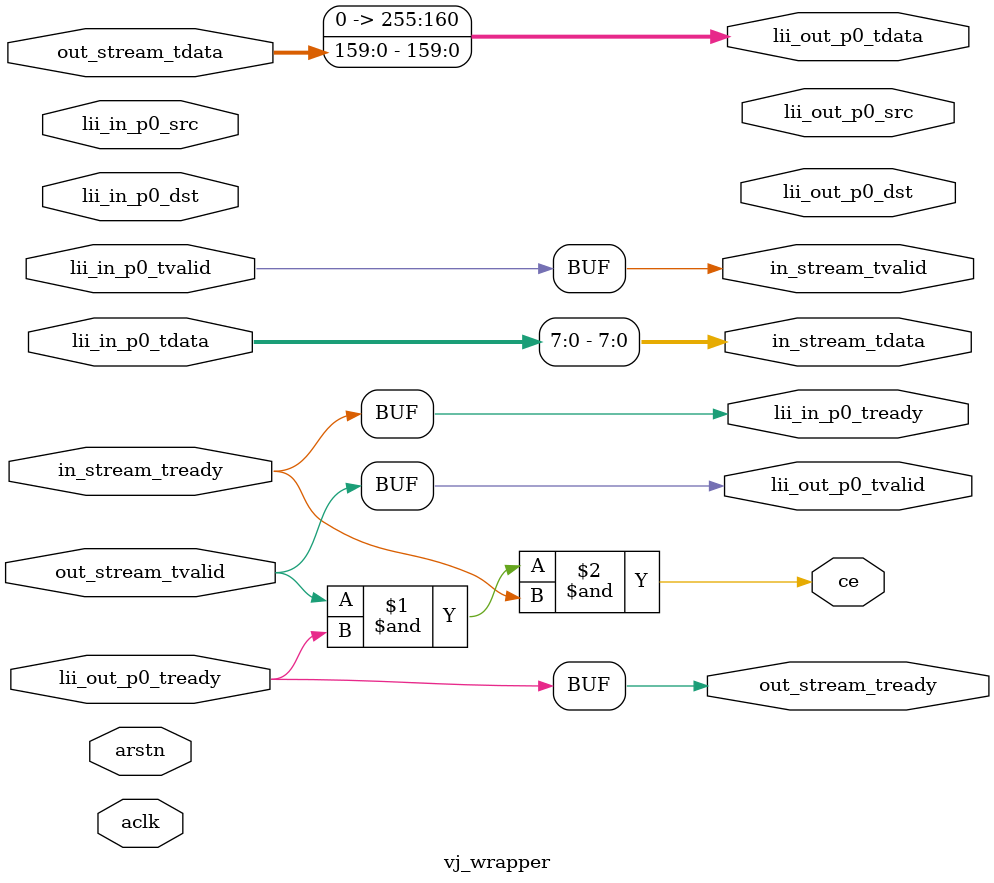
<source format=v>
`timescale 1ns/1ps

module vj_wrapper
#(
    parameter NIN  = 1,   // logic input streams
    parameter NOUT = 1,  // logic output streams
    parameter P    = 1,              // phy in channels
    parameter Q    = 1,             // phy out channels
    parameter PW   = 256              // packing width
)
(
    // ------ clock and reset ------
    input  wire                     aclk,
    input  wire                     arstn,
    // ------ LII phy input ------
    input  wire [PW-1:0]            lii_in_p0_tdata,
    input  wire                     lii_in_p0_tvalid,
    output wire                     lii_in_p0_tready,
    input  wire [7:0]               lii_in_p0_src,
    input  wire [7:0]               lii_in_p0_dst,
    // ------ LII phy output ------
    output wire [PW-1:0]            lii_out_p0_tdata,
    output wire                     lii_out_p0_tvalid,
    input  wire                     lii_out_p0_tready,
    output wire [7:0]               lii_out_p0_src,
    output wire [7:0]               lii_out_p0_dst,
    // ------ connection to HLS kernel ------
    output wire [7:0]   in_stream_tdata,
    output wire                     in_stream_tvalid,
    input  wire                     in_stream_tready,
    input  wire [159:0]   out_stream_tdata,
    input  wire                     out_stream_tvalid,
    output wire                     out_stream_tready,
    // ------ clock enable for HLS kernel ------
    output wire                     ce
);

    // ========= input: unpack =========
    assign lii_in_p0_tready =
        in_stream_tready;
    assign in_stream_tdata  = lii_in_p0_tdata[7:0];
    assign in_stream_tvalid = lii_in_p0_tvalid;

    // ========= output: pack =========
    assign lii_out_p0_tvalid = 
        out_stream_tvalid;
    assign lii_out_p0_tdata = {
        out_stream_tdata
    };
    assign { out_stream_tready } =
           { lii_out_p0_tready };

    // ========= kernel clock gating =========
    assign ce = (out_stream_tvalid) &
                (lii_out_p0_tready) &
                (lii_in_p0_tready);
endmodule
</source>
